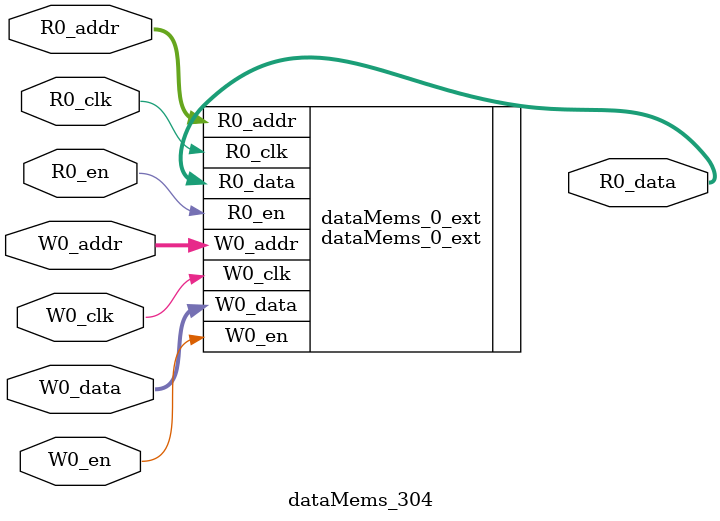
<source format=sv>
`ifndef RANDOMIZE
  `ifdef RANDOMIZE_REG_INIT
    `define RANDOMIZE
  `endif // RANDOMIZE_REG_INIT
`endif // not def RANDOMIZE
`ifndef RANDOMIZE
  `ifdef RANDOMIZE_MEM_INIT
    `define RANDOMIZE
  `endif // RANDOMIZE_MEM_INIT
`endif // not def RANDOMIZE

`ifndef RANDOM
  `define RANDOM $random
`endif // not def RANDOM

// Users can define 'PRINTF_COND' to add an extra gate to prints.
`ifndef PRINTF_COND_
  `ifdef PRINTF_COND
    `define PRINTF_COND_ (`PRINTF_COND)
  `else  // PRINTF_COND
    `define PRINTF_COND_ 1
  `endif // PRINTF_COND
`endif // not def PRINTF_COND_

// Users can define 'ASSERT_VERBOSE_COND' to add an extra gate to assert error printing.
`ifndef ASSERT_VERBOSE_COND_
  `ifdef ASSERT_VERBOSE_COND
    `define ASSERT_VERBOSE_COND_ (`ASSERT_VERBOSE_COND)
  `else  // ASSERT_VERBOSE_COND
    `define ASSERT_VERBOSE_COND_ 1
  `endif // ASSERT_VERBOSE_COND
`endif // not def ASSERT_VERBOSE_COND_

// Users can define 'STOP_COND' to add an extra gate to stop conditions.
`ifndef STOP_COND_
  `ifdef STOP_COND
    `define STOP_COND_ (`STOP_COND)
  `else  // STOP_COND
    `define STOP_COND_ 1
  `endif // STOP_COND
`endif // not def STOP_COND_

// Users can define INIT_RANDOM as general code that gets injected into the
// initializer block for modules with registers.
`ifndef INIT_RANDOM
  `define INIT_RANDOM
`endif // not def INIT_RANDOM

// If using random initialization, you can also define RANDOMIZE_DELAY to
// customize the delay used, otherwise 0.002 is used.
`ifndef RANDOMIZE_DELAY
  `define RANDOMIZE_DELAY 0.002
`endif // not def RANDOMIZE_DELAY

// Define INIT_RANDOM_PROLOG_ for use in our modules below.
`ifndef INIT_RANDOM_PROLOG_
  `ifdef RANDOMIZE
    `ifdef VERILATOR
      `define INIT_RANDOM_PROLOG_ `INIT_RANDOM
    `else  // VERILATOR
      `define INIT_RANDOM_PROLOG_ `INIT_RANDOM #`RANDOMIZE_DELAY begin end
    `endif // VERILATOR
  `else  // RANDOMIZE
    `define INIT_RANDOM_PROLOG_
  `endif // RANDOMIZE
`endif // not def INIT_RANDOM_PROLOG_

// Include register initializers in init blocks unless synthesis is set
`ifndef SYNTHESIS
  `ifndef ENABLE_INITIAL_REG_
    `define ENABLE_INITIAL_REG_
  `endif // not def ENABLE_INITIAL_REG_
`endif // not def SYNTHESIS

// Include rmemory initializers in init blocks unless synthesis is set
`ifndef SYNTHESIS
  `ifndef ENABLE_INITIAL_MEM_
    `define ENABLE_INITIAL_MEM_
  `endif // not def ENABLE_INITIAL_MEM_
`endif // not def SYNTHESIS

module dataMems_304(	// @[generators/ara/src/main/scala/UnsafeAXI4ToTL.scala:365:62]
  input  [4:0]  R0_addr,
  input         R0_en,
  input         R0_clk,
  output [66:0] R0_data,
  input  [4:0]  W0_addr,
  input         W0_en,
  input         W0_clk,
  input  [66:0] W0_data
);

  dataMems_0_ext dataMems_0_ext (	// @[generators/ara/src/main/scala/UnsafeAXI4ToTL.scala:365:62]
    .R0_addr (R0_addr),
    .R0_en   (R0_en),
    .R0_clk  (R0_clk),
    .R0_data (R0_data),
    .W0_addr (W0_addr),
    .W0_en   (W0_en),
    .W0_clk  (W0_clk),
    .W0_data (W0_data)
  );
endmodule


</source>
